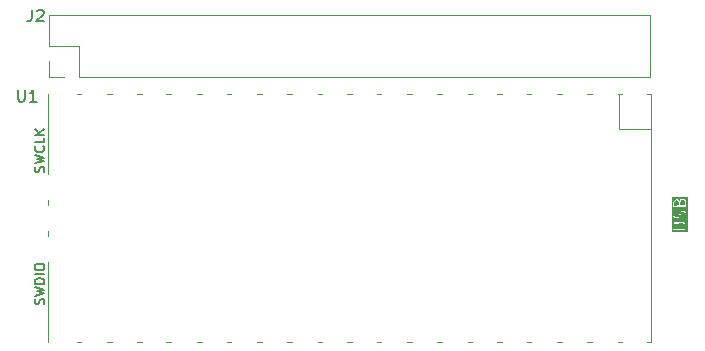
<source format=gbr>
%TF.GenerationSoftware,KiCad,Pcbnew,8.0.2*%
%TF.CreationDate,2024-05-17T00:49:12+07:00*%
%TF.ProjectId,ADC_pHAT,4144435f-7048-4415-942e-6b696361645f,rev?*%
%TF.SameCoordinates,PX5cbead0PY56c8cc0*%
%TF.FileFunction,Legend,Top*%
%TF.FilePolarity,Positive*%
%FSLAX46Y46*%
G04 Gerber Fmt 4.6, Leading zero omitted, Abs format (unit mm)*
G04 Created by KiCad (PCBNEW 8.0.2) date 2024-05-17 00:49:12*
%MOMM*%
%LPD*%
G01*
G04 APERTURE LIST*
%ADD10C,0.100000*%
%ADD11C,0.150000*%
%ADD12C,0.200000*%
%ADD13C,0.120000*%
G04 APERTURE END LIST*
D10*
G36*
X60317823Y13195009D02*
G01*
X60318016Y13194720D01*
X60356697Y13159299D01*
X60398672Y13081346D01*
X60401691Y12801754D01*
X60021917Y12800336D01*
X60019017Y13068915D01*
X60055104Y13146909D01*
X60055393Y13147101D01*
X60090814Y13185783D01*
X60169028Y13227899D01*
X60241526Y13230311D01*
X60317823Y13195009D01*
G37*
G36*
X60841631Y13242628D02*
G01*
X60841825Y13242338D01*
X60880507Y13206918D01*
X60922474Y13128979D01*
X60925568Y12803711D01*
X60498088Y12802114D01*
X60495196Y13069922D01*
X60496043Y13071407D01*
X60535375Y13198863D01*
X60567004Y13233402D01*
X60645102Y13275455D01*
X60764615Y13278263D01*
X60841631Y13242628D01*
G37*
G36*
X61133530Y10592774D02*
G01*
X59811308Y10592774D01*
X59811308Y11344447D01*
X59926225Y11344447D01*
X59926225Y11306179D01*
X59953285Y11279119D01*
X59972419Y11275313D01*
X60763141Y11278945D01*
X60841631Y11242628D01*
X60841825Y11242338D01*
X60880507Y11206918D01*
X60922527Y11128882D01*
X60925555Y10962093D01*
X60889733Y10884673D01*
X60889445Y10884479D01*
X60854022Y10845797D01*
X60776137Y10803859D01*
X59953285Y10800079D01*
X59926225Y10773019D01*
X59926225Y10734751D01*
X59953285Y10707691D01*
X59972419Y10703885D01*
X60774808Y10707571D01*
X60785487Y10704011D01*
X60798887Y10707681D01*
X60801076Y10707691D01*
X60801887Y10708503D01*
X60804303Y10709164D01*
X60890003Y10755310D01*
X60896314Y10755310D01*
X60912535Y10766148D01*
X60914873Y10768702D01*
X60914952Y10768744D01*
X60914974Y10768813D01*
X60952330Y10809608D01*
X60957560Y10811350D01*
X60969521Y10826762D01*
X61012037Y10918652D01*
X61018613Y10925227D01*
X61021277Y10938621D01*
X61022293Y10940816D01*
X61021930Y10941905D01*
X61022419Y10944361D01*
X61019071Y11128718D01*
X61022293Y11138382D01*
X61018654Y11151667D01*
X61018613Y11153971D01*
X61017801Y11154783D01*
X61017140Y11157198D01*
X60970994Y11242899D01*
X60970994Y11249210D01*
X60960155Y11265431D01*
X60957603Y11267768D01*
X60957560Y11267848D01*
X60957489Y11267872D01*
X60916694Y11305227D01*
X60914952Y11310454D01*
X60899540Y11322416D01*
X60807651Y11364932D01*
X60801076Y11371507D01*
X60787682Y11374172D01*
X60785487Y11375187D01*
X60784398Y11374825D01*
X60781942Y11375313D01*
X59953285Y11371507D01*
X59926225Y11344447D01*
X59811308Y11344447D01*
X59811308Y12182456D01*
X59922419Y12182456D01*
X59925847Y11950725D01*
X59922545Y11940816D01*
X59926191Y11927502D01*
X59926225Y11925227D01*
X59927036Y11924416D01*
X59927698Y11922000D01*
X59973844Y11836300D01*
X59973844Y11829989D01*
X59984683Y11813768D01*
X59987234Y11811432D01*
X59987278Y11811351D01*
X59987347Y11811328D01*
X60028141Y11773973D01*
X60029884Y11768744D01*
X60045296Y11756783D01*
X60137185Y11714267D01*
X60143761Y11707691D01*
X60157154Y11705027D01*
X60159350Y11704011D01*
X60160438Y11704374D01*
X60162895Y11703885D01*
X60253054Y11706886D01*
X60261678Y11704011D01*
X60274817Y11707610D01*
X60277267Y11707691D01*
X60278078Y11708503D01*
X60280494Y11709164D01*
X60366194Y11755310D01*
X60372505Y11755310D01*
X60388726Y11766149D01*
X60391062Y11768701D01*
X60391143Y11768744D01*
X60391166Y11768814D01*
X60428521Y11809608D01*
X60433750Y11811350D01*
X60445711Y11826762D01*
X60485415Y11912575D01*
X60488783Y11914595D01*
X60497116Y11932234D01*
X60537899Y12108547D01*
X60540949Y12112476D01*
X60578913Y12194528D01*
X60579202Y12194720D01*
X60614623Y12233402D01*
X60692837Y12275518D01*
X60765335Y12277930D01*
X60841631Y12242628D01*
X60841825Y12242338D01*
X60880507Y12206918D01*
X60922506Y12128920D01*
X60925689Y11913790D01*
X60924985Y11912553D01*
X60874926Y11750341D01*
X60892040Y11716112D01*
X60928344Y11704011D01*
X60962573Y11721125D01*
X60972234Y11738074D01*
X61013813Y11872809D01*
X61018613Y11877608D01*
X61022419Y11896742D01*
X61018990Y12128475D01*
X61022293Y12138382D01*
X61018646Y12151697D01*
X61018613Y12153971D01*
X61017801Y12154783D01*
X61017140Y12157198D01*
X60970994Y12242899D01*
X60970994Y12249210D01*
X60960155Y12265431D01*
X60957603Y12267768D01*
X60957560Y12267848D01*
X60957489Y12267872D01*
X60916694Y12305227D01*
X60914952Y12310454D01*
X60899540Y12322416D01*
X60807651Y12364932D01*
X60801076Y12371507D01*
X60787682Y12374172D01*
X60785487Y12375187D01*
X60784398Y12374825D01*
X60781942Y12375313D01*
X60691781Y12372313D01*
X60683159Y12375187D01*
X60670019Y12371589D01*
X60667570Y12371507D01*
X60666758Y12370696D01*
X60664343Y12370034D01*
X60578642Y12323888D01*
X60572331Y12323888D01*
X60556110Y12313049D01*
X60553773Y12310498D01*
X60553693Y12310454D01*
X60553669Y12310384D01*
X60516315Y12269590D01*
X60511087Y12267847D01*
X60499125Y12252435D01*
X60459420Y12166624D01*
X60456054Y12164603D01*
X60447721Y12146964D01*
X60406937Y11970652D01*
X60403887Y11966721D01*
X60365923Y11884672D01*
X60365634Y11884478D01*
X60330214Y11845797D01*
X60251998Y11803681D01*
X60179502Y11801269D01*
X60103205Y11836571D01*
X60103012Y11836860D01*
X60064330Y11872280D01*
X60022331Y11950280D01*
X60019148Y12165409D01*
X60019853Y12166645D01*
X60069912Y12328857D01*
X60052798Y12363085D01*
X60016494Y12375187D01*
X59982265Y12358072D01*
X59972604Y12341124D01*
X59931024Y12206390D01*
X59926225Y12201590D01*
X59922419Y12182456D01*
X59811308Y12182456D01*
X59811308Y13087218D01*
X59922419Y13087218D01*
X59926225Y12734751D01*
X59953285Y12707691D01*
X59972419Y12703885D01*
X60991553Y12707691D01*
X61018613Y12734751D01*
X61022419Y12753885D01*
X61018859Y13128082D01*
X61022293Y13138382D01*
X61018634Y13151742D01*
X61018613Y13153971D01*
X61017801Y13154783D01*
X61017140Y13157198D01*
X60970994Y13242899D01*
X60970994Y13249210D01*
X60960155Y13265431D01*
X60957603Y13267768D01*
X60957560Y13267848D01*
X60957489Y13267872D01*
X60916694Y13305227D01*
X60914952Y13310454D01*
X60899540Y13322416D01*
X60807651Y13364932D01*
X60801076Y13371507D01*
X60787682Y13374172D01*
X60785487Y13375187D01*
X60784398Y13374825D01*
X60781942Y13375313D01*
X60644826Y13372092D01*
X60635540Y13375187D01*
X60622304Y13371563D01*
X60619951Y13371507D01*
X60619139Y13370696D01*
X60616724Y13370034D01*
X60531023Y13323888D01*
X60524712Y13323888D01*
X60508491Y13313049D01*
X60506154Y13310498D01*
X60506074Y13310454D01*
X60506050Y13310384D01*
X60465934Y13266574D01*
X60458455Y13262834D01*
X60451767Y13251102D01*
X60450034Y13249209D01*
X60450034Y13248062D01*
X60448794Y13245886D01*
X60438934Y13213937D01*
X60436345Y13217812D01*
X60433793Y13220149D01*
X60433750Y13220229D01*
X60433679Y13220253D01*
X60392885Y13257607D01*
X60391143Y13262835D01*
X60375731Y13274797D01*
X60283842Y13317313D01*
X60277267Y13323888D01*
X60263873Y13326553D01*
X60261678Y13327568D01*
X60260589Y13327206D01*
X60258133Y13327694D01*
X60167972Y13324694D01*
X60159350Y13327568D01*
X60146210Y13323970D01*
X60143761Y13323888D01*
X60142949Y13323077D01*
X60140534Y13322415D01*
X60054833Y13276269D01*
X60048522Y13276269D01*
X60032301Y13265430D01*
X60029964Y13262879D01*
X60029884Y13262835D01*
X60029860Y13262765D01*
X59992506Y13221971D01*
X59987278Y13220228D01*
X59975316Y13204816D01*
X59932800Y13112928D01*
X59926225Y13106352D01*
X59923560Y13092959D01*
X59922545Y13090763D01*
X59922907Y13089675D01*
X59922419Y13087218D01*
X59811308Y13087218D01*
X59811308Y13486424D01*
X61133530Y13486424D01*
X61133530Y10592774D01*
G37*
D11*
X5616666Y29395181D02*
X5616666Y28680896D01*
X5616666Y28680896D02*
X5569047Y28538039D01*
X5569047Y28538039D02*
X5473809Y28442800D01*
X5473809Y28442800D02*
X5330952Y28395181D01*
X5330952Y28395181D02*
X5235714Y28395181D01*
X6045238Y29299943D02*
X6092857Y29347562D01*
X6092857Y29347562D02*
X6188095Y29395181D01*
X6188095Y29395181D02*
X6426190Y29395181D01*
X6426190Y29395181D02*
X6521428Y29347562D01*
X6521428Y29347562D02*
X6569047Y29299943D01*
X6569047Y29299943D02*
X6616666Y29204705D01*
X6616666Y29204705D02*
X6616666Y29109467D01*
X6616666Y29109467D02*
X6569047Y28966610D01*
X6569047Y28966610D02*
X5997619Y28395181D01*
X5997619Y28395181D02*
X6616666Y28395181D01*
D12*
X4438095Y22597781D02*
X4438095Y21788258D01*
X4438095Y21788258D02*
X4485714Y21693020D01*
X4485714Y21693020D02*
X4533333Y21645400D01*
X4533333Y21645400D02*
X4628571Y21597781D01*
X4628571Y21597781D02*
X4819047Y21597781D01*
X4819047Y21597781D02*
X4914285Y21645400D01*
X4914285Y21645400D02*
X4961904Y21693020D01*
X4961904Y21693020D02*
X5009523Y21788258D01*
X5009523Y21788258D02*
X5009523Y22597781D01*
X6009523Y21597781D02*
X5438095Y21597781D01*
X5723809Y21597781D02*
X5723809Y22597781D01*
X5723809Y22597781D02*
X5628571Y22454924D01*
X5628571Y22454924D02*
X5533333Y22359686D01*
X5533333Y22359686D02*
X5438095Y22312067D01*
D11*
X6624200Y15640476D02*
X6662295Y15754762D01*
X6662295Y15754762D02*
X6662295Y15945238D01*
X6662295Y15945238D02*
X6624200Y16021429D01*
X6624200Y16021429D02*
X6586104Y16059524D01*
X6586104Y16059524D02*
X6509914Y16097619D01*
X6509914Y16097619D02*
X6433723Y16097619D01*
X6433723Y16097619D02*
X6357533Y16059524D01*
X6357533Y16059524D02*
X6319438Y16021429D01*
X6319438Y16021429D02*
X6281342Y15945238D01*
X6281342Y15945238D02*
X6243247Y15792857D01*
X6243247Y15792857D02*
X6205152Y15716667D01*
X6205152Y15716667D02*
X6167057Y15678572D01*
X6167057Y15678572D02*
X6090866Y15640476D01*
X6090866Y15640476D02*
X6014676Y15640476D01*
X6014676Y15640476D02*
X5938485Y15678572D01*
X5938485Y15678572D02*
X5900390Y15716667D01*
X5900390Y15716667D02*
X5862295Y15792857D01*
X5862295Y15792857D02*
X5862295Y15983334D01*
X5862295Y15983334D02*
X5900390Y16097619D01*
X5862295Y16364286D02*
X6662295Y16554762D01*
X6662295Y16554762D02*
X6090866Y16707143D01*
X6090866Y16707143D02*
X6662295Y16859524D01*
X6662295Y16859524D02*
X5862295Y17050000D01*
X6586104Y17811906D02*
X6624200Y17773810D01*
X6624200Y17773810D02*
X6662295Y17659525D01*
X6662295Y17659525D02*
X6662295Y17583334D01*
X6662295Y17583334D02*
X6624200Y17469048D01*
X6624200Y17469048D02*
X6548009Y17392858D01*
X6548009Y17392858D02*
X6471819Y17354763D01*
X6471819Y17354763D02*
X6319438Y17316667D01*
X6319438Y17316667D02*
X6205152Y17316667D01*
X6205152Y17316667D02*
X6052771Y17354763D01*
X6052771Y17354763D02*
X5976580Y17392858D01*
X5976580Y17392858D02*
X5900390Y17469048D01*
X5900390Y17469048D02*
X5862295Y17583334D01*
X5862295Y17583334D02*
X5862295Y17659525D01*
X5862295Y17659525D02*
X5900390Y17773810D01*
X5900390Y17773810D02*
X5938485Y17811906D01*
X6662295Y18535715D02*
X6662295Y18154763D01*
X6662295Y18154763D02*
X5862295Y18154763D01*
X6662295Y18802382D02*
X5862295Y18802382D01*
X6662295Y19259525D02*
X6205152Y18916667D01*
X5862295Y19259525D02*
X6319438Y18802382D01*
X6624200Y4454762D02*
X6662295Y4569048D01*
X6662295Y4569048D02*
X6662295Y4759524D01*
X6662295Y4759524D02*
X6624200Y4835715D01*
X6624200Y4835715D02*
X6586104Y4873810D01*
X6586104Y4873810D02*
X6509914Y4911905D01*
X6509914Y4911905D02*
X6433723Y4911905D01*
X6433723Y4911905D02*
X6357533Y4873810D01*
X6357533Y4873810D02*
X6319438Y4835715D01*
X6319438Y4835715D02*
X6281342Y4759524D01*
X6281342Y4759524D02*
X6243247Y4607143D01*
X6243247Y4607143D02*
X6205152Y4530953D01*
X6205152Y4530953D02*
X6167057Y4492858D01*
X6167057Y4492858D02*
X6090866Y4454762D01*
X6090866Y4454762D02*
X6014676Y4454762D01*
X6014676Y4454762D02*
X5938485Y4492858D01*
X5938485Y4492858D02*
X5900390Y4530953D01*
X5900390Y4530953D02*
X5862295Y4607143D01*
X5862295Y4607143D02*
X5862295Y4797620D01*
X5862295Y4797620D02*
X5900390Y4911905D01*
X5862295Y5178572D02*
X6662295Y5369048D01*
X6662295Y5369048D02*
X6090866Y5521429D01*
X6090866Y5521429D02*
X6662295Y5673810D01*
X6662295Y5673810D02*
X5862295Y5864286D01*
X6662295Y6169049D02*
X5862295Y6169049D01*
X5862295Y6169049D02*
X5862295Y6359525D01*
X5862295Y6359525D02*
X5900390Y6473811D01*
X5900390Y6473811D02*
X5976580Y6550001D01*
X5976580Y6550001D02*
X6052771Y6588096D01*
X6052771Y6588096D02*
X6205152Y6626192D01*
X6205152Y6626192D02*
X6319438Y6626192D01*
X6319438Y6626192D02*
X6471819Y6588096D01*
X6471819Y6588096D02*
X6548009Y6550001D01*
X6548009Y6550001D02*
X6624200Y6473811D01*
X6624200Y6473811D02*
X6662295Y6359525D01*
X6662295Y6359525D02*
X6662295Y6169049D01*
X6662295Y6969049D02*
X5862295Y6969049D01*
X5862295Y7502382D02*
X5862295Y7654763D01*
X5862295Y7654763D02*
X5900390Y7730953D01*
X5900390Y7730953D02*
X5976580Y7807144D01*
X5976580Y7807144D02*
X6128961Y7845239D01*
X6128961Y7845239D02*
X6395628Y7845239D01*
X6395628Y7845239D02*
X6548009Y7807144D01*
X6548009Y7807144D02*
X6624200Y7730953D01*
X6624200Y7730953D02*
X6662295Y7654763D01*
X6662295Y7654763D02*
X6662295Y7502382D01*
X6662295Y7502382D02*
X6624200Y7426191D01*
X6624200Y7426191D02*
X6548009Y7350001D01*
X6548009Y7350001D02*
X6395628Y7311905D01*
X6395628Y7311905D02*
X6128961Y7311905D01*
X6128961Y7311905D02*
X5976580Y7350001D01*
X5976580Y7350001D02*
X5900390Y7426191D01*
X5900390Y7426191D02*
X5862295Y7502382D01*
D13*
%TO.C,J2*%
X7045000Y28920000D02*
X57965000Y28920000D01*
X7045000Y26320000D02*
X7045000Y28920000D01*
X7045000Y23720000D02*
X7045000Y25050000D01*
X8375000Y23720000D02*
X7045000Y23720000D01*
X9645000Y26320000D02*
X7045000Y26320000D01*
X9645000Y23720000D02*
X9645000Y26320000D01*
X9645000Y23720000D02*
X57965000Y23720000D01*
X57965000Y23720000D02*
X57965000Y28920000D01*
%TO.C,U1*%
X7000000Y15450000D02*
X7000000Y22250000D01*
X7000000Y13250000D02*
X7000000Y12850000D01*
X7000000Y10650000D02*
X7000000Y10250000D01*
X7000000Y1250000D02*
X7000000Y8050000D01*
X9800000Y22250000D02*
X9400000Y22250000D01*
X9800000Y1250000D02*
X9400000Y1250000D01*
X12400000Y22250000D02*
X12000000Y22250000D01*
X12400000Y1250000D02*
X12000000Y1250000D01*
X14900000Y22250000D02*
X14500000Y22250000D01*
X14900000Y1250000D02*
X14500000Y1250000D01*
X17400000Y22250000D02*
X17000000Y22250000D01*
X17400000Y1250000D02*
X17000000Y1250000D01*
X20000000Y22250000D02*
X19600000Y22250000D01*
X20000000Y1250000D02*
X19600000Y1250000D01*
X22500000Y22250000D02*
X22100000Y22250000D01*
X22500000Y1250000D02*
X22100000Y1250000D01*
X25100000Y22250000D02*
X24700000Y22250000D01*
X25100000Y1250000D02*
X24700000Y1250000D01*
X27600000Y22250000D02*
X27200000Y22250000D01*
X27600000Y1250000D02*
X27200000Y1250000D01*
X30200000Y22250000D02*
X29800000Y22250000D01*
X30200000Y1250000D02*
X29800000Y1250000D01*
X32700000Y22250000D02*
X32300000Y22250000D01*
X32700000Y1250000D02*
X32300000Y1250000D01*
X35200000Y22250000D02*
X34800000Y22250000D01*
X35200000Y1250000D02*
X34800000Y1250000D01*
X37800000Y22250000D02*
X37400000Y22250000D01*
X37800000Y1250000D02*
X37400000Y1250000D01*
X40300000Y22250000D02*
X39900000Y22250000D01*
X40300000Y1250000D02*
X39900000Y1250000D01*
X42900000Y22250000D02*
X42500000Y22250000D01*
X42900000Y1250000D02*
X42500000Y1250000D01*
X45400000Y22250000D02*
X45000000Y22250000D01*
X45400000Y1250000D02*
X45000000Y1250000D01*
X47900000Y22250000D02*
X47500000Y22250000D01*
X47900000Y1250000D02*
X47500000Y1250000D01*
X50500000Y22250000D02*
X50100000Y22250000D01*
X50500000Y1250000D02*
X50100000Y1250000D01*
X53000000Y22250000D02*
X52600000Y22250000D01*
X53000000Y1250000D02*
X52600000Y1250000D01*
X55333000Y22250000D02*
X55333000Y19243000D01*
X55333000Y19243000D02*
X58000000Y19243000D01*
X55600000Y22250000D02*
X55200000Y22250000D01*
X55600000Y1250000D02*
X55200000Y1250000D01*
X58000000Y22250000D02*
X57700000Y22250000D01*
X58000000Y22250000D02*
X58000000Y1250000D01*
X58000000Y1250000D02*
X57700000Y1250000D01*
%TD*%
M02*

</source>
